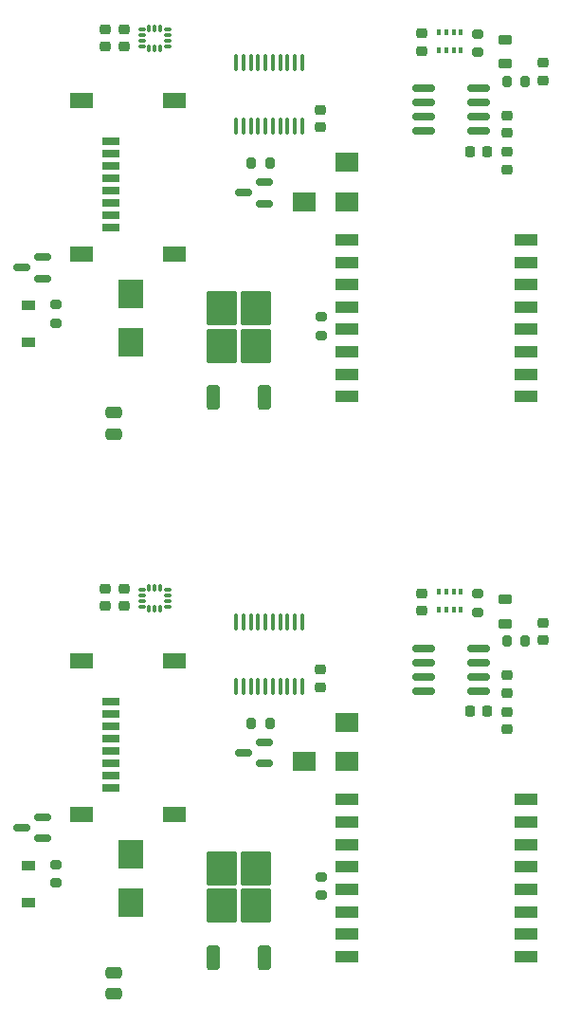
<source format=gbr>
%TF.GenerationSoftware,KiCad,Pcbnew,7.0.11*%
%TF.CreationDate,2024-05-24T13:54:11+08:00*%
%TF.ProjectId,panel,70616e65-6c2e-46b6-9963-61645f706362,rev?*%
%TF.SameCoordinates,Original*%
%TF.FileFunction,Paste,Bot*%
%TF.FilePolarity,Positive*%
%FSLAX46Y46*%
G04 Gerber Fmt 4.6, Leading zero omitted, Abs format (unit mm)*
G04 Created by KiCad (PCBNEW 7.0.11) date 2024-05-24 13:54:11*
%MOMM*%
%LPD*%
G01*
G04 APERTURE LIST*
G04 Aperture macros list*
%AMRoundRect*
0 Rectangle with rounded corners*
0 $1 Rounding radius*
0 $2 $3 $4 $5 $6 $7 $8 $9 X,Y pos of 4 corners*
0 Add a 4 corners polygon primitive as box body*
4,1,4,$2,$3,$4,$5,$6,$7,$8,$9,$2,$3,0*
0 Add four circle primitives for the rounded corners*
1,1,$1+$1,$2,$3*
1,1,$1+$1,$4,$5*
1,1,$1+$1,$6,$7*
1,1,$1+$1,$8,$9*
0 Add four rect primitives between the rounded corners*
20,1,$1+$1,$2,$3,$4,$5,0*
20,1,$1+$1,$4,$5,$6,$7,0*
20,1,$1+$1,$6,$7,$8,$9,0*
20,1,$1+$1,$8,$9,$2,$3,0*%
G04 Aperture macros list end*
%ADD10RoundRect,0.200000X0.200000X0.275000X-0.200000X0.275000X-0.200000X-0.275000X0.200000X-0.275000X0*%
%ADD11RoundRect,0.218750X0.381250X-0.218750X0.381250X0.218750X-0.381250X0.218750X-0.381250X-0.218750X0*%
%ADD12R,0.350000X0.500000*%
%ADD13R,1.200000X0.900000*%
%ADD14R,2.300000X2.500000*%
%ADD15RoundRect,0.225000X0.250000X-0.225000X0.250000X0.225000X-0.250000X0.225000X-0.250000X-0.225000X0*%
%ADD16RoundRect,0.200000X-0.275000X0.200000X-0.275000X-0.200000X0.275000X-0.200000X0.275000X0.200000X0*%
%ADD17RoundRect,0.225000X-0.250000X0.225000X-0.250000X-0.225000X0.250000X-0.225000X0.250000X0.225000X0*%
%ADD18RoundRect,0.100000X0.100000X-0.637500X0.100000X0.637500X-0.100000X0.637500X-0.100000X-0.637500X0*%
%ADD19RoundRect,0.250000X0.350000X-0.850000X0.350000X0.850000X-0.350000X0.850000X-0.350000X-0.850000X0*%
%ADD20RoundRect,0.250000X1.125000X-1.275000X1.125000X1.275000X-1.125000X1.275000X-1.125000X-1.275000X0*%
%ADD21RoundRect,0.150000X0.587500X0.150000X-0.587500X0.150000X-0.587500X-0.150000X0.587500X-0.150000X0*%
%ADD22R,1.500000X0.800000*%
%ADD23R,2.000000X1.450000*%
%ADD24R,2.100000X1.700000*%
%ADD25RoundRect,0.225000X-0.225000X-0.250000X0.225000X-0.250000X0.225000X0.250000X-0.225000X0.250000X0*%
%ADD26RoundRect,0.250000X-0.475000X0.250000X-0.475000X-0.250000X0.475000X-0.250000X0.475000X0.250000X0*%
%ADD27RoundRect,0.150000X-0.825000X-0.150000X0.825000X-0.150000X0.825000X0.150000X-0.825000X0.150000X0*%
%ADD28RoundRect,0.087500X0.225000X0.087500X-0.225000X0.087500X-0.225000X-0.087500X0.225000X-0.087500X0*%
%ADD29RoundRect,0.087500X0.087500X0.225000X-0.087500X0.225000X-0.087500X-0.225000X0.087500X-0.225000X0*%
%ADD30RoundRect,0.200000X0.275000X-0.200000X0.275000X0.200000X-0.275000X0.200000X-0.275000X-0.200000X0*%
%ADD31R,2.000000X1.000000*%
G04 APERTURE END LIST*
D10*
%TO.C,R12*%
X125121248Y-32728763D03*
X123471248Y-32728763D03*
%TD*%
D11*
%TO.C,L2*%
X123321248Y-81128777D03*
X123321248Y-79003777D03*
%TD*%
D12*
%TO.C,U10*%
X117444948Y-79920077D03*
X118094948Y-79920077D03*
X118744948Y-79920077D03*
X119394948Y-79920077D03*
X119394948Y-78320077D03*
X118744948Y-78320077D03*
X118094948Y-78320077D03*
X117444948Y-78320077D03*
%TD*%
D13*
%TO.C,D1*%
X80779648Y-56015063D03*
X80779648Y-52715063D03*
%TD*%
D14*
%TO.C,D6*%
X89929648Y-106015077D03*
X89929648Y-101715077D03*
%TD*%
D11*
%TO.C,L2*%
X123321248Y-31128763D03*
X123321248Y-29003763D03*
%TD*%
D15*
%TO.C,C22*%
X87629648Y-79590077D03*
X87629648Y-78040077D03*
%TD*%
D16*
%TO.C,R26*%
X83179648Y-52640063D03*
X83179648Y-54290063D03*
%TD*%
D15*
%TO.C,C13*%
X123521248Y-87303777D03*
X123521248Y-85753777D03*
%TD*%
D17*
%TO.C,C16*%
X115919948Y-28450063D03*
X115919948Y-30000063D03*
%TD*%
D18*
%TO.C,U3*%
X105179648Y-86740077D03*
X104529648Y-86740077D03*
X103879648Y-86740077D03*
X103229648Y-86740077D03*
X102579648Y-86740077D03*
X101929648Y-86740077D03*
X101279648Y-86740077D03*
X100629648Y-86740077D03*
X99979648Y-86740077D03*
X99329648Y-86740077D03*
X99329648Y-81015077D03*
X99979648Y-81015077D03*
X100629648Y-81015077D03*
X101279648Y-81015077D03*
X101929648Y-81015077D03*
X102579648Y-81015077D03*
X103229648Y-81015077D03*
X103879648Y-81015077D03*
X104529648Y-81015077D03*
X105179648Y-81015077D03*
%TD*%
D19*
%TO.C,U2*%
X101839648Y-110965077D03*
D20*
X98034648Y-106340077D03*
X101084648Y-106340077D03*
X98034648Y-102990077D03*
X101084648Y-102990077D03*
D19*
X97279648Y-110965077D03*
%TD*%
D21*
%TO.C,Q2*%
X101867148Y-91715077D03*
X101867148Y-93615077D03*
X99992148Y-92665077D03*
%TD*%
D22*
%TO.C,J12*%
X88109948Y-88105077D03*
X88109948Y-89205077D03*
X88109948Y-90305077D03*
X88109948Y-91405077D03*
X88109948Y-92505077D03*
X88109948Y-93605077D03*
X88109948Y-94705077D03*
X88109948Y-95805077D03*
D23*
X93809948Y-84430077D03*
X85509948Y-84430077D03*
X93809948Y-98180077D03*
X85509948Y-98180077D03*
%TD*%
D24*
%TO.C,LS1*%
X105379648Y-93465077D03*
X109179648Y-89965077D03*
X109179648Y-93465077D03*
%TD*%
D21*
%TO.C,Q6*%
X82017148Y-98415077D03*
X82017148Y-100315077D03*
X80142148Y-99365077D03*
%TD*%
D25*
%TO.C,C11*%
X120206248Y-38993763D03*
X121756248Y-38993763D03*
%TD*%
D19*
%TO.C,U2*%
X101839648Y-60965063D03*
D20*
X98034648Y-56340063D03*
X101084648Y-56340063D03*
X98034648Y-52990063D03*
X101084648Y-52990063D03*
D19*
X97279648Y-60965063D03*
%TD*%
D26*
%TO.C,C15*%
X88329648Y-112315077D03*
X88329648Y-114215077D03*
%TD*%
D21*
%TO.C,Q6*%
X82017148Y-48415063D03*
X82017148Y-50315063D03*
X80142148Y-49365063D03*
%TD*%
D22*
%TO.C,J12*%
X88109948Y-38105063D03*
X88109948Y-39205063D03*
X88109948Y-40305063D03*
X88109948Y-41405063D03*
X88109948Y-42505063D03*
X88109948Y-43605063D03*
X88109948Y-44705063D03*
X88109948Y-45805063D03*
D23*
X93809948Y-34430063D03*
X85509948Y-34430063D03*
X93809948Y-48180063D03*
X85509948Y-48180063D03*
%TD*%
D16*
%TO.C,R14*%
X120919948Y-78475077D03*
X120919948Y-80125077D03*
%TD*%
D12*
%TO.C,U10*%
X117444948Y-29920063D03*
X118094948Y-29920063D03*
X118744948Y-29920063D03*
X119394948Y-29920063D03*
X119394948Y-28320063D03*
X118744948Y-28320063D03*
X118094948Y-28320063D03*
X117444948Y-28320063D03*
%TD*%
D27*
%TO.C,U6*%
X116051248Y-37153763D03*
X116051248Y-35883763D03*
X116051248Y-34613763D03*
X116051248Y-33343763D03*
X121001248Y-33343763D03*
X121001248Y-34613763D03*
X121001248Y-35883763D03*
X121001248Y-37153763D03*
%TD*%
D24*
%TO.C,LS1*%
X105379648Y-43465063D03*
X109179648Y-39965063D03*
X109179648Y-43465063D03*
%TD*%
D28*
%TO.C,U4*%
X93192148Y-78115077D03*
X93192148Y-78615077D03*
X93192148Y-79115077D03*
X93192148Y-79615077D03*
D29*
X92529648Y-79777577D03*
X92029648Y-79777577D03*
X91529648Y-79777577D03*
D28*
X90867148Y-79615077D03*
X90867148Y-79115077D03*
X90867148Y-78615077D03*
X90867148Y-78115077D03*
D29*
X91529648Y-77952577D03*
X92029648Y-77952577D03*
X92529648Y-77952577D03*
%TD*%
D15*
%TO.C,C14*%
X126721248Y-32628763D03*
X126721248Y-31078763D03*
%TD*%
%TO.C,C23*%
X89279648Y-29590063D03*
X89279648Y-28040063D03*
%TD*%
%TO.C,C14*%
X126721248Y-82628777D03*
X126721248Y-81078777D03*
%TD*%
%TO.C,C13*%
X123521248Y-37303763D03*
X123521248Y-35753763D03*
%TD*%
D18*
%TO.C,U3*%
X105179648Y-36740063D03*
X104529648Y-36740063D03*
X103879648Y-36740063D03*
X103229648Y-36740063D03*
X102579648Y-36740063D03*
X101929648Y-36740063D03*
X101279648Y-36740063D03*
X100629648Y-36740063D03*
X99979648Y-36740063D03*
X99329648Y-36740063D03*
X99329648Y-31015063D03*
X99979648Y-31015063D03*
X100629648Y-31015063D03*
X101279648Y-31015063D03*
X101929648Y-31015063D03*
X102579648Y-31015063D03*
X103229648Y-31015063D03*
X103879648Y-31015063D03*
X104529648Y-31015063D03*
X105179648Y-31015063D03*
%TD*%
D17*
%TO.C,C3*%
X106829648Y-85265077D03*
X106829648Y-86815077D03*
%TD*%
D13*
%TO.C,D1*%
X80779648Y-106015077D03*
X80779648Y-102715077D03*
%TD*%
D15*
%TO.C,C9*%
X123521248Y-40578763D03*
X123521248Y-39028763D03*
%TD*%
D28*
%TO.C,U4*%
X93192148Y-28115063D03*
X93192148Y-28615063D03*
X93192148Y-29115063D03*
X93192148Y-29615063D03*
D29*
X92529648Y-29777563D03*
X92029648Y-29777563D03*
X91529648Y-29777563D03*
D28*
X90867148Y-29615063D03*
X90867148Y-29115063D03*
X90867148Y-28615063D03*
X90867148Y-28115063D03*
D29*
X91529648Y-27952563D03*
X92029648Y-27952563D03*
X92529648Y-27952563D03*
%TD*%
D30*
%TO.C,R15*%
X106929648Y-55390063D03*
X106929648Y-53740063D03*
%TD*%
D31*
%TO.C,U9*%
X109229648Y-110865077D03*
X109229648Y-108865077D03*
X109229648Y-106865077D03*
X109229648Y-104865077D03*
X109229648Y-102865077D03*
X109229648Y-100865077D03*
X109229648Y-98865077D03*
X109229648Y-96865077D03*
X125229648Y-96865077D03*
X125229648Y-98865077D03*
X125229648Y-100865077D03*
X125229648Y-102865077D03*
X125229648Y-104865077D03*
X125229648Y-106865077D03*
X125229648Y-108865077D03*
X125229648Y-110865077D03*
%TD*%
D16*
%TO.C,R26*%
X83179648Y-102640077D03*
X83179648Y-104290077D03*
%TD*%
D15*
%TO.C,C9*%
X123521248Y-90578777D03*
X123521248Y-89028777D03*
%TD*%
%TO.C,C23*%
X89279648Y-79590077D03*
X89279648Y-78040077D03*
%TD*%
D10*
%TO.C,R12*%
X125121248Y-82728777D03*
X123471248Y-82728777D03*
%TD*%
D30*
%TO.C,R15*%
X106929648Y-105390077D03*
X106929648Y-103740077D03*
%TD*%
D31*
%TO.C,U9*%
X109229648Y-60865063D03*
X109229648Y-58865063D03*
X109229648Y-56865063D03*
X109229648Y-54865063D03*
X109229648Y-52865063D03*
X109229648Y-50865063D03*
X109229648Y-48865063D03*
X109229648Y-46865063D03*
X125229648Y-46865063D03*
X125229648Y-48865063D03*
X125229648Y-50865063D03*
X125229648Y-52865063D03*
X125229648Y-54865063D03*
X125229648Y-56865063D03*
X125229648Y-58865063D03*
X125229648Y-60865063D03*
%TD*%
D25*
%TO.C,C11*%
X120206248Y-88993777D03*
X121756248Y-88993777D03*
%TD*%
D26*
%TO.C,C15*%
X88329648Y-62315063D03*
X88329648Y-64215063D03*
%TD*%
D16*
%TO.C,R14*%
X120919948Y-28475063D03*
X120919948Y-30125063D03*
%TD*%
D14*
%TO.C,D6*%
X89929648Y-56015063D03*
X89929648Y-51715063D03*
%TD*%
D10*
%TO.C,R3*%
X102304648Y-90015077D03*
X100654648Y-90015077D03*
%TD*%
D17*
%TO.C,C16*%
X115919948Y-78450077D03*
X115919948Y-80000077D03*
%TD*%
D27*
%TO.C,U6*%
X116051248Y-87153777D03*
X116051248Y-85883777D03*
X116051248Y-84613777D03*
X116051248Y-83343777D03*
X121001248Y-83343777D03*
X121001248Y-84613777D03*
X121001248Y-85883777D03*
X121001248Y-87153777D03*
%TD*%
D10*
%TO.C,R3*%
X102304648Y-40015063D03*
X100654648Y-40015063D03*
%TD*%
D15*
%TO.C,C22*%
X87629648Y-29590063D03*
X87629648Y-28040063D03*
%TD*%
D17*
%TO.C,C3*%
X106829648Y-35265063D03*
X106829648Y-36815063D03*
%TD*%
D21*
%TO.C,Q2*%
X101867148Y-41715063D03*
X101867148Y-43615063D03*
X99992148Y-42665063D03*
%TD*%
M02*

</source>
